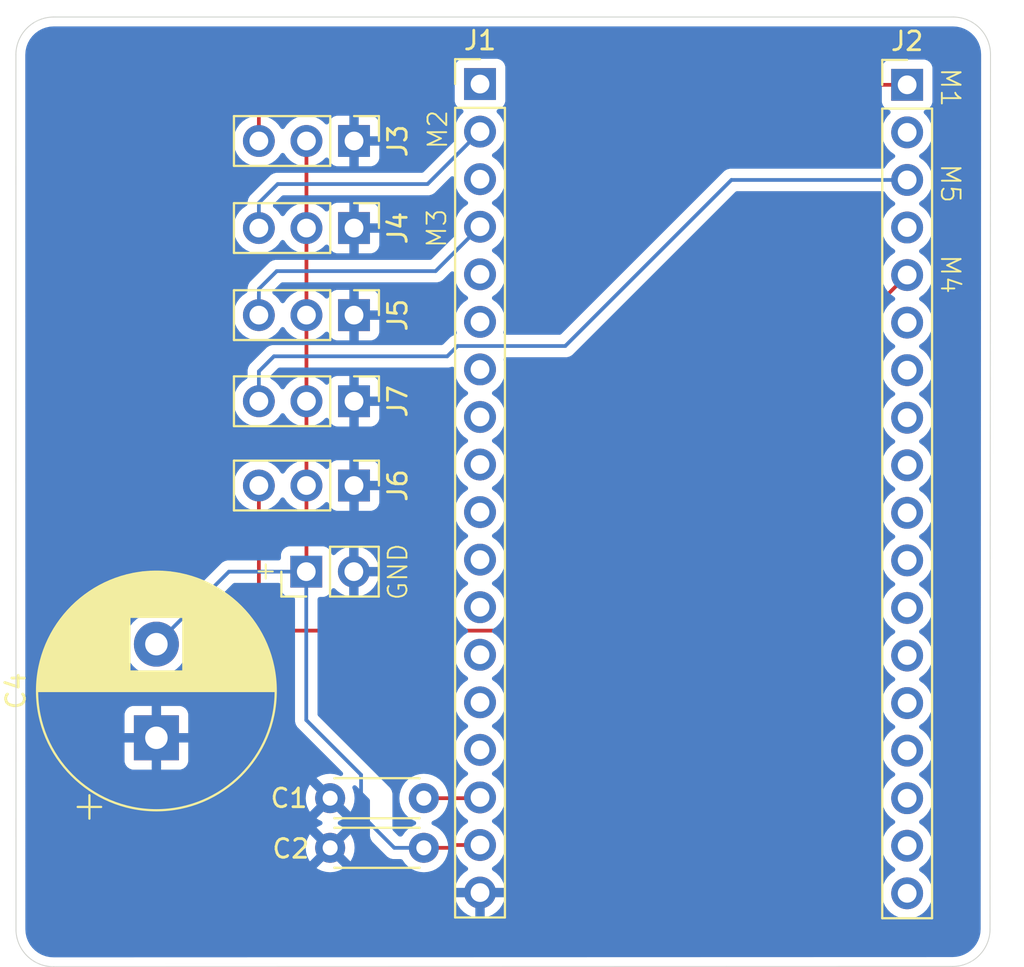
<source format=kicad_pcb>
(kicad_pcb (version 20240108) (generator "pcbnew") (generator_version "8.0")
  (layers (0 "F.Cu" signal) (31 "B.Cu" signal) (34 "B.Paste" user) (35 "F.Paste" user) (36 "B.SilkS" user "B.Silkscreen") (37 "F.SilkS" user "F.Silkscreen") (38 "B.Mask" user) (39 "F.Mask" user) (44 "Edge.Cuts" user))
  (net 0 "")
  (net 1 "GND")
  (net 2 "/+3.3V")
  (net 3 "/+5V")
  (net 10 "/13_S2")
  (net 12 "/39")
  (net 13 "/14_S3")
  (net 14 "/34")
  (net 15 "/36")
  (net 17 "/35")
  (net 19 "/16_S0")
  (net 34 "/15_S4")
  (net 35 "/4_S5")
  (footprint "Connector_PinHeader_2.54mm:PinHeader_1x03_P2.54mm_Vertical" (layer "F.Cu") (at 111.275 77 -90)
    (property "Reference" "J3" (at 0 -2.33 90) (layer "F.SilkS"))
    (property "Value" "Conn_01x03_Socket")
    (fp_line (start -1.33 6.41) (end 1.33 6.41) (stroke (width 0.12)) (layer "F.SilkS"))
    (fp_line (start -1.33 1.27) (end -1.33 6.41) (stroke (width 0.12)) (layer "F.SilkS"))
    (fp_line (start -1.33 1.27) (end 1.33 1.27) (stroke (width 0.12)) (layer "F.SilkS"))
    (fp_line (start 1.33 1.27) (end 1.33 6.41) (stroke (width 0.12)) (layer "F.SilkS"))
    (fp_line (start -1.33 0) (end -1.33 -1.33) (stroke (width 0.12)) (layer "F.SilkS"))
    (fp_line (start -1.33 -1.33) (end 0 -1.33) (stroke (width 0.12)) (layer "F.SilkS"))
    (pad "1" thru_hole rect (at 0 0 270) (size 1.7 1.7) (drill 1) (layers "*.Cu" "*.Mask") (net 1 "GND"))
    (pad "2" thru_hole oval (at 0 2.54 270) (size 1.7 1.7) (drill 1) (layers "*.Cu" "*.Mask") (net 3 "/+5V"))
    (pad "3" thru_hole oval (at 0 5.08 270) (size 1.7 1.7) (drill 1) (layers "*.Cu" "*.Mask") (net 19 "/16_S0"))
  )
  (footprint "Connector_PinHeader_2.54mm:PinHeader_1x03_P2.54mm_Vertical" (layer "F.Cu") (at 111.275 90.9 -90)
    (property "Reference" "J7" (at 0 -2.33 90) (layer "F.SilkS"))
    (property "Value" "Conn_01x03_Socket")
    (fp_line (start -1.33 6.41) (end 1.33 6.41) (stroke (width 0.12)) (layer "F.SilkS"))
    (fp_line (start -1.33 1.27) (end -1.33 6.41) (stroke (width 0.12)) (layer "F.SilkS"))
    (fp_line (start -1.33 1.27) (end 1.33 1.27) (stroke (width 0.12)) (layer "F.SilkS"))
    (fp_line (start 1.33 1.27) (end 1.33 6.41) (stroke (width 0.12)) (layer "F.SilkS"))
    (fp_line (start -1.33 0) (end -1.33 -1.33) (stroke (width 0.12)) (layer "F.SilkS"))
    (fp_line (start -1.33 -1.33) (end 0 -1.33) (stroke (width 0.12)) (layer "F.SilkS"))
    (pad "1" thru_hole rect (at 0 0 270) (size 1.7 1.7) (drill 1) (layers "*.Cu" "*.Mask") (net 1 "GND"))
    (pad "2" thru_hole oval (at 0 2.54 270) (size 1.7 1.7) (drill 1) (layers "*.Cu" "*.Mask") (net 3 "/+5V"))
    (pad "3" thru_hole oval (at 0 5.08 270) (size 1.7 1.7) (drill 1) (layers "*.Cu" "*.Mask") (net 35 "/4_S5"))
  )
  (footprint "Connector_PinHeader_2.54mm:PinHeader_1x18_P2.54mm_Vertical" (layer "F.Cu") (at 118 73.96)
    (property "Reference" "J1" (at 0 -2.33 0) (layer "F.SilkS"))
    (property "Value" "Conn_01x18_Pin")
    (fp_line (start -1.33 -1.33) (end 0 -1.33) (stroke (width 0.12)) (layer "F.SilkS"))
    (fp_line (start -1.33 0) (end -1.33 -1.33) (stroke (width 0.12)) (layer "F.SilkS"))
    (fp_line (start -1.33 1.27) (end -1.33 44.51) (stroke (width 0.12)) (layer "F.SilkS"))
    (fp_line (start -1.33 1.27) (end 1.33 1.27) (stroke (width 0.12)) (layer "F.SilkS"))
    (fp_line (start -1.33 44.51) (end 1.33 44.51) (stroke (width 0.12)) (layer "F.SilkS"))
    (fp_line (start 1.33 1.27) (end 1.33 44.51) (stroke (width 0.12)) (layer "F.SilkS"))
    (pad "1" thru_hole rect (at 0 0) (size 1.7 1.7) (drill 1) (layers "*.Cu" "*.Mask"))
    (pad "2" thru_hole oval (at 0 2.54) (size 1.7 1.7) (drill 1) (layers "*.Cu" "*.Mask") (net 10 "/13_S2"))
    (pad "3" thru_hole oval (at 0 5.08) (size 1.7 1.7) (drill 1) (layers "*.Cu" "*.Mask"))
    (pad "4" thru_hole oval (at 0 7.62) (size 1.7 1.7) (drill 1) (layers "*.Cu" "*.Mask") (net 13 "/14_S3"))
    (pad "5" thru_hole oval (at 0 10.16) (size 1.7 1.7) (drill 1) (layers "*.Cu" "*.Mask"))
    (pad "6" thru_hole oval (at 0 12.7) (size 1.7 1.7) (drill 1) (layers "*.Cu" "*.Mask"))
    (pad "7" thru_hole oval (at 0 15.24) (size 1.7 1.7) (drill 1) (layers "*.Cu" "*.Mask"))
    (pad "8" thru_hole oval (at 0 17.78) (size 1.7 1.7) (drill 1) (layers "*.Cu" "*.Mask"))
    (pad "9" thru_hole oval (at 0 20.32) (size 1.7 1.7) (drill 1) (layers "*.Cu" "*.Mask"))
    (pad "10" thru_hole oval (at 0 22.86) (size 1.7 1.7) (drill 1) (layers "*.Cu" "*.Mask") (net 17 "/35"))
    (pad "11" thru_hole oval (at 0 25.4) (size 1.7 1.7) (drill 1) (layers "*.Cu" "*.Mask") (net 14 "/34"))
    (pad "12" thru_hole oval (at 0 27.94) (size 1.7 1.7) (drill 1) (layers "*.Cu" "*.Mask") (net 12 "/39"))
    (pad "13" thru_hole oval (at 0 30.48) (size 1.7 1.7) (drill 1) (layers "*.Cu" "*.Mask"))
    (pad "14" thru_hole oval (at 0 33.02) (size 1.7 1.7) (drill 1) (layers "*.Cu" "*.Mask"))
    (pad "15" thru_hole oval (at 0 35.56) (size 1.7 1.7) (drill 1) (layers "*.Cu" "*.Mask") (net 15 "/36"))
    (pad "16" thru_hole oval (at 0 38.1) (size 1.7 1.7) (drill 1) (layers "*.Cu" "*.Mask") (net 2 "/+3.3V"))
    (pad "17" thru_hole oval (at 0 40.64) (size 1.7 1.7) (drill 1) (layers "*.Cu" "*.Mask") (net 3 "/+5V"))
    (pad "18" thru_hole oval (at 0 43.18) (size 1.7 1.7) (drill 1) (layers "*.Cu" "*.Mask") (net 1 "GND"))
  )
  (footprint "Connector_PinHeader_2.54mm:PinHeader_1x02_P2.54mm_Vertical" (layer "F.Cu") (at 108.725 100 90)
    (property "Reference" "BT1" (hide yes))
    (property "Value" "+5V")
    (fp_line (start -1.33 -1.33) (end 0 -1.33) (stroke (width 0.12)) (layer "F.SilkS"))
    (fp_line (start -1.33 0) (end -1.33 -1.33) (stroke (width 0.12)) (layer "F.SilkS"))
    (fp_line (start 1.33 1.27) (end 1.33 3.87) (stroke (width 0.12)) (layer "F.SilkS"))
    (fp_line (start -1.33 1.27) (end 1.33 1.27) (stroke (width 0.12)) (layer "F.SilkS"))
    (fp_line (start -1.33 1.27) (end -1.33 3.87) (stroke (width 0.12)) (layer "F.SilkS"))
    (fp_line (start -1.33 3.87) (end 1.33 3.87) (stroke (width 0.12)) (layer "F.SilkS"))
    (pad "1" thru_hole rect (at 0 0 90) (size 1.7 1.7) (drill 1) (layers "*.Cu" "*.Mask") (net 3 "/+5V"))
    (pad "2" thru_hole oval (at 0 2.54 90) (size 1.7 1.7) (drill 1) (layers "*.Cu" "*.Mask") (net 1 "GND"))
  )
  (footprint "Capacitor_THT:CP_Radial_D12.5mm_P5.00mm" (layer "F.Cu") (at 100.725 108.873959 90)
    (property "Reference" "C4" (at 2.5 -7.5 270) (layer "F.SilkS"))
    (property "Value" "1000u")
    (fp_line (start 2.58 -6.33) (end 2.58 6.33) (stroke (width 0.12)) (layer "F.SilkS"))
    (fp_line (start 2.54 -6.33) (end 2.54 6.33) (stroke (width 0.12)) (layer "F.SilkS"))
    (fp_line (start 2.5 -6.33) (end 2.5 6.33) (stroke (width 0.12)) (layer "F.SilkS"))
    (fp_line (start 2.62 -6.329) (end 2.62 6.329) (stroke (width 0.12)) (layer "F.SilkS"))
    (fp_line (start 2.66 -6.328) (end 2.66 6.328) (stroke (width 0.12)) (layer "F.SilkS"))
    (fp_line (start 2.7 -6.327) (end 2.7 6.327) (stroke (width 0.12)) (layer "F.SilkS"))
    (fp_line (start 2.74 -6.326) (end 2.74 6.326) (stroke (width 0.12)) (layer "F.SilkS"))
    (fp_line (start 2.78 -6.324) (end 2.78 6.324) (stroke (width 0.12)) (layer "F.SilkS"))
    (fp_line (start 2.82 -6.322) (end 2.82 6.322) (stroke (width 0.12)) (layer "F.SilkS"))
    (fp_line (start 2.86 -6.32) (end 2.86 6.32) (stroke (width 0.12)) (layer "F.SilkS"))
    (fp_line (start 2.9 -6.318) (end 2.9 6.318) (stroke (width 0.12)) (layer "F.SilkS"))
    (fp_line (start 2.94 -6.315) (end 2.94 6.315) (stroke (width 0.12)) (layer "F.SilkS"))
    (fp_line (start 2.98 -6.312) (end 2.98 6.312) (stroke (width 0.12)) (layer "F.SilkS"))
    (fp_line (start 3.02 -6.309) (end 3.02 6.309) (stroke (width 0.12)) (layer "F.SilkS"))
    (fp_line (start 3.06 -6.306) (end 3.06 6.306) (stroke (width 0.12)) (layer "F.SilkS"))
    (fp_line (start 3.1 -6.302) (end 3.1 6.302) (stroke (width 0.12)) (layer "F.SilkS"))
    (fp_line (start 3.14 -6.298) (end 3.14 6.298) (stroke (width 0.12)) (layer "F.SilkS"))
    (fp_line (start 3.18 -6.294) (end 3.18 6.294) (stroke (width 0.12)) (layer "F.SilkS"))
    (fp_line (start 3.221 -6.29) (end 3.221 6.29) (stroke (width 0.12)) (layer "F.SilkS"))
    (fp_line (start 3.261 -6.285) (end 3.261 6.285) (stroke (width 0.12)) (layer "F.SilkS"))
    (fp_line (start 3.301 -6.28) (end 3.301 6.28) (stroke (width 0.12)) (layer "F.SilkS"))
    (fp_line (start 3.341 -6.275) (end 3.341 6.275) (stroke (width 0.12)) (layer "F.SilkS"))
    (fp_line (start 3.381 -6.269) (end 3.381 6.269) (stroke (width 0.12)) (layer "F.SilkS"))
    (fp_line (start 3.421 -6.264) (end 3.421 6.264) (stroke (width 0.12)) (layer "F.SilkS"))
    (fp_line (start 3.461 -6.258) (end 3.461 6.258) (stroke (width 0.12)) (layer "F.SilkS"))
    (fp_line (start 3.501 -6.252) (end 3.501 6.252) (stroke (width 0.12)) (layer "F.SilkS"))
    (fp_line (start 3.541 -6.245) (end 3.541 6.245) (stroke (width 0.12)) (layer "F.SilkS"))
    (fp_line (start 3.581 -6.238) (end 3.581 -1.44) (stroke (width 0.12)) (layer "F.SilkS"))
    (fp_line (start 3.621 -6.231) (end 3.621 -1.44) (stroke (width 0.12)) (layer "F.SilkS"))
    (fp_line (start 3.661 -6.224) (end 3.661 -1.44) (stroke (width 0.12)) (layer "F.SilkS"))
    (fp_line (start 3.701 -6.216) (end 3.701 -1.44) (stroke (width 0.12)) (layer "F.SilkS"))
    (fp_line (start 3.741 -6.209) (end 3.741 -1.44) (stroke (width 0.12)) (layer "F.SilkS"))
    (fp_line (start 3.781 -6.201) (end 3.781 -1.44) (stroke (width 0.12)) (layer "F.SilkS"))
    (fp_line (start 3.821 -6.192) (end 3.821 -1.44) (stroke (width 0.12)) (layer "F.SilkS"))
    (fp_line (start 3.861 -6.184) (end 3.861 -1.44) (stroke (width 0.12)) (layer "F.SilkS"))
    (fp_line (start 3.901 -6.175) (end 3.901 -1.44) (stroke (width 0.12)) (layer "F.SilkS"))
    (fp_line (start 3.941 -6.166) (end 3.941 -1.44) (stroke (width 0.12)) (layer "F.SilkS"))
    (fp_line (start 3.981 -6.156) (end 3.981 -1.44) (stroke (width 0.12)) (layer "F.SilkS"))
    (fp_line (start 4.021 -6.146) (end 4.021 -1.44) (stroke (width 0.12)) (layer "F.SilkS"))
    (fp_line (start 4.061 -6.137) (end 4.061 -1.44) (stroke (width 0.12)) (layer "F.SilkS"))
    (fp_line (start 4.101 -6.126) (end 4.101 -1.44) (stroke (width 0.12)) (layer "F.SilkS"))
    (fp_line (start 4.141 -6.116) (end 4.141 -1.44) (stroke (width 0.12)) (layer "F.SilkS"))
    (fp_line (start 4.181 -6.105) (end 4.181 -1.44) (stroke (width 0.12)) (layer "F.SilkS"))
    (fp_line (start 4.221 -6.094) (end 4.221 -1.44) (stroke (width 0.12)) (layer "F.SilkS"))
    (fp_line (start 4.261 -6.083) (end 4.261 -1.44) (stroke (width 0.12)) (layer "F.SilkS"))
    (fp_line (start 4.301 -6.071) (end 4.301 -1.44) (stroke (width 0.12)) (layer "F.SilkS"))
    (fp_line (start 4.341 -6.059) (end 4.341 -1.44) (stroke (width 0.12)) (layer "F.SilkS"))
    (fp_line (start 4.381 -6.047) (end 4.381 -1.44) (stroke (width 0.12)) (layer "F.SilkS"))
    (fp_line (start 4.421 -6.034) (end 4.421 -1.44) (stroke (width 0.12)) (layer "F.SilkS"))
    (fp_line (start 4.461 -6.021) (end 4.461 -1.44) (stroke (width 0.12)) (layer "F.SilkS"))
    (fp_line (start 4.501 -6.008) (end 4.501 -1.44) (stroke (width 0.12)) (layer "F.SilkS"))
    (fp_line (start 4.541 -5.995) (end 4.541 -1.44) (stroke (width 0.12)) (layer "F.SilkS"))
    (fp_line (start 4.581 -5.981) (end 4.581 -1.44) (stroke (width 0.12)) (layer "F.SilkS"))
    (fp_line (start 4.621 -5.967) (end 4.621 -1.44) (stroke (width 0.12)) (layer "F.SilkS"))
    (fp_line (start 4.661 -5.953) (end 4.661 -1.44) (stroke (width 0.12)) (layer "F.SilkS"))
    (fp_line (start 4.701 -5.939) (end 4.701 -1.44) (stroke (width 0.12)) (layer "F.SilkS"))
    (fp_line (start 4.741 -5.924) (end 4.741 -1.44) (stroke (width 0.12)) (layer "F.SilkS"))
    (fp_line (start 4.781 -5.908) (end 4.781 -1.44) (stroke (width 0.12)) (layer "F.SilkS"))
    (fp_line (start 4.821 -5.893) (end 4.821 -1.44) (stroke (width 0.12)) (layer "F.SilkS"))
    (fp_line (start 4.861 -5.877) (end 4.861 -1.44) (stroke (width 0.12)) (layer "F.SilkS"))
    (fp_line (start 4.901 -5.861) (end 4.901 -1.44) (stroke (width 0.12)) (layer "F.SilkS"))
    (fp_line (start 4.941 -5.845) (end 4.941 -1.44) (stroke (width 0.12)) (layer "F.SilkS"))
    (fp_line (start 4.981 -5.828) (end 4.981 -1.44) (stroke (width 0.12)) (layer "F.SilkS"))
    (fp_line (start 5.021 -5.811) (end 5.021 -1.44) (stroke (width 0.12)) (layer "F.SilkS"))
    (fp_line (start 5.061 -5.793) (end 5.061 -1.44) (stroke (width 0.12)) (layer "F.SilkS"))
    (fp_line (start 5.101 -5.776) (end 5.101 -1.44) (stroke (width 0.12)) (layer "F.SilkS"))
    (fp_line (start 5.141 -5.758) (end 5.141 -1.44) (stroke (width 0.12)) (layer "F.SilkS"))
    (fp_line (start 5.181 -5.739) (end 5.181 -1.44) (stroke (width 0.12)) (layer "F.SilkS"))
    (fp_line (start 5.221 -5.721) (end 5.221 -1.44) (stroke (width 0.12)) (layer "F.SilkS"))
    (fp_line (start 5.261 -5.702) (end 5.261 -1.44) (stroke (width 0.12)) (layer "F.SilkS"))
    (fp_line (start 5.301 -5.682) (end 5.301 -1.44) (stroke (width 0.12)) (layer "F.SilkS"))
    (fp_line (start 5.341 -5.662) (end 5.341 -1.44) (stroke (width 0.12)) (layer "F.SilkS"))
    (fp_line (start 5.381 -5.642) (end 5.381 -1.44) (stroke (width 0.12)) (layer "F.SilkS"))
    (fp_line (start 5.421 -5.622) (end 5.421 -1.44) (stroke (width 0.12)) (layer "F.SilkS"))
    (fp_line (start 5.461 -5.601) (end 5.461 -1.44) (stroke (width 0.12)) (layer "F.SilkS"))
    (fp_line (start 5.501 -5.58) (end 5.501 -1.44) (stroke (width 0.12)) (layer "F.SilkS"))
    (fp_line (start 5.541 -5.558) (end 5.541 -1.44) (stroke (width 0.12)) (layer "F.SilkS"))
    (fp_line (start 5.581 -5.536) (end 5.581 -1.44) (stroke (width 0.12)) (layer "F.SilkS"))
    (fp_line (start 5.621 -5.514) (end 5.621 -1.44) (stroke (width 0.12)) (layer "F.SilkS"))
    (fp_line (start 5.661 -5.491) (end 5.661 -1.44) (stroke (width 0.12)) (layer "F.SilkS"))
    (fp_line (start 5.701 -5.468) (end 5.701 -1.44) (stroke (width 0.12)) (layer "F.SilkS"))
    (fp_line (start 5.741 -5.445) (end 5.741 -1.44) (stroke (width 0.12)) (layer "F.SilkS"))
    (fp_line (start 5.781 -5.421) (end 5.781 -1.44) (stroke (width 0.12)) (layer "F.SilkS"))
    (fp_line (start 5.821 -5.397) (end 5.821 -1.44) (stroke (width 0.12)) (layer "F.SilkS"))
    (fp_line (start 5.861 -5.372) (end 5.861 -1.44) (stroke (width 0.12)) (layer "F.SilkS"))
    (fp_line (start 5.901 -5.347) (end 5.901 -1.44) (stroke (width 0.12)) (layer "F.SilkS"))
    (fp_line (start 5.941 -5.322) (end 5.941 -1.44) (stroke (width 0.12)) (layer "F.SilkS"))
    (fp_line (start 5.981 -5.296) (end 5.981 -1.44) (stroke (width 0.12)) (layer "F.SilkS"))
    (fp_line (start 6.021 -5.27) (end 6.021 -1.44) (stroke (width 0.12)) (layer "F.SilkS"))
    (fp_line (start 6.061 -5.243) (end 6.061 -1.44) (stroke (width 0.12)) (layer "F.SilkS"))
    (fp_line (start 6.101 -5.216) (end 6.101 -1.44) (stroke (width 0.12)) (layer "F.SilkS"))
    (fp_line (start 6.141 -5.188) (end 6.141 -1.44) (stroke (width 0.12)) (layer "F.SilkS"))
    (fp_line (start 6.181 -5.16) (end 6.181 -1.44) (stroke (width 0.12)) (layer "F.SilkS"))
    (fp_line (start 6.221 -5.131) (end 6.221 -1.44) (stroke (width 0.12)) (layer "F.SilkS"))
    (fp_line (start 6.261 -5.102) (end 6.261 -1.44) (stroke (width 0.12)) (layer "F.SilkS"))
    (fp_line (start 6.301 -5.073) (end 6.301 -1.44) (stroke (width 0.12)) (layer "F.SilkS"))
    (fp_line (start 6.341 -5.043) (end 6.341 -1.44) (stroke (width 0.12)) (layer "F.SilkS"))
    (fp_line (start 6.381 -5.012) (end 6.381 -1.44) (stroke (width 0.12)) (layer "F.SilkS"))
    (fp_line (start 6.421 -4.982) (end 6.421 -1.44) (stroke (width 0.12)) (layer "F.SilkS"))
    (fp_line (start 6.461 -4.95) (end 6.461 4.95) (stroke (width 0.12)) (layer "F.SilkS"))
    (fp_line (start 6.501 -4.918) (end 6.501 4.918) (stroke (width 0.12)) (layer "F.SilkS"))
    (fp_line (start 6.541 -4.885) (end 6.541 4.885) (stroke (width 0.12)) (layer "F.SilkS"))
    (fp_line (start 6.581 -4.852) (end 6.581 4.852) (stroke (width 0.12)) (layer "F.SilkS"))
    (fp_line (start 6.621 -4.819) (end 6.621 4.819) (stroke (width 0.12)) (layer "F.SilkS"))
    (fp_line (start 6.661 -4.785) (end 6.661 4.785) (stroke (width 0.12)) (layer "F.SilkS"))
    (fp_line (start 6.701 -4.75) (end 6.701 4.75) (stroke (width 0.12)) (layer "F.SilkS"))
    (fp_line (start 6.741 -4.714) (end 6.741 4.714) (stroke (width 0.12)) (layer "F.SilkS"))
    (fp_line (start 6.781 -4.678) (end 6.781 4.678) (stroke (width 0.12)) (layer "F.SilkS"))
    (fp_line (start 6.821 -4.642) (end 6.821 4.642) (stroke (width 0.12)) (layer "F.SilkS"))
    (fp_line (start 6.861 -4.605) (end 6.861 4.605) (stroke (width 0.12)) (layer "F.SilkS"))
    (fp_line (start 6.901 -4.567) (end 6.901 4.567) (stroke (width 0.12)) (layer "F.SilkS"))
    (fp_line (start 6.941 -4.528) (end 6.941 4.528) (stroke (width 0.12)) (layer "F.SilkS"))
    (fp_line (start 6.981 -4.489) (end 6.981 4.489) (stroke (width 0.12)) (layer "F.SilkS"))
    (fp_line (start 7.021 -4.449) (end 7.021 4.449) (stroke (width 0.12)) (layer "F.SilkS"))
    (fp_line (start 7.061 -4.408) (end 7.061 4.408) (stroke (width 0.12)) (layer "F.SilkS"))
    (fp_line (start 7.101 -4.367) (end 7.101 4.367) (stroke (width 0.12)) (layer "F.SilkS"))
    (fp_line (start 7.141 -4.325) (end 7.141 4.325) (stroke (width 0.12)) (layer "F.SilkS"))
    (fp_line (start 7.181 -4.282) (end 7.181 4.282) (stroke (width 0.12)) (layer "F.SilkS"))
    (fp_line (start 7.221 -4.238) (end 7.221 4.238) (stroke (width 0.12)) (layer "F.SilkS"))
    (fp_line (start -3.692082 -4.2) (end -3.692082 -2.95) (stroke (width 0.12)) (layer "F.SilkS"))
    (fp_line (start 7.261 -4.194) (end 7.261 4.194) (stroke (width 0.12)) (layer "F.SilkS"))
    (fp_line (start 7.301 -4.148) (end 7.301 4.148) (stroke (width 0.12)) (layer "F.SilkS"))
    (fp_line (start 7.341 -4.102) (end 7.341 4.102) (stroke (width 0.12)) (layer "F.SilkS"))
    (fp_line (start 7.381 -4.055) (end 7.381 4.055) (stroke (width 0.12)) (layer "F.SilkS"))
    (fp_line (start 7.421 -4.007) (end 7.421 4.007) (stroke (width 0.12)) (layer "F.SilkS"))
    (fp_line (start 7.461 -3.957) (end 7.461 3.957) (stroke (width 0.12)) (layer "F.SilkS"))
    (fp_line (start 7.501 -3.907) (end 7.501 3.907) (stroke (width 0.12)) (layer "F.SilkS"))
    (fp_line (start 7.541 -3.856) (end 7.541 3.856) (stroke (width 0.12)) (layer "F.SilkS"))
    (fp_line (start 7.581 -3.804) (end 7.581 3.804) (stroke (width 0.12)) (layer "F.SilkS"))
    (fp_line (start 7.621 -3.75) (end 7.621 3.75) (stroke (width 0.12)) (layer "F.SilkS"))
    (fp_line (start 7.661 -3.696) (end 7.661 3.696) (stroke (width 0.12)) (layer "F.SilkS"))
    (fp_line (start 7.701 -3.64) (end 7.701 3.64) (stroke (width 0.12)) (layer "F.SilkS"))
    (fp_line (start 7.741 -3.583) (end 7.741 3.583) (stroke (width 0.12)) (layer "F.SilkS"))
    (fp_line (start -4.317082 -3.575) (end -3.067082 -3.575) (stroke (width 0.12)) (layer "F.SilkS"))
    (fp_line (start 7.781 -3.524) (end 7.781 3.524) (stroke (width 0.12)) (layer "F.SilkS"))
    (fp_line (start 7.821 -3.464) (end 7.821 3.464) (stroke (width 0.12)) (layer "F.SilkS"))
    (fp_line (start 7.861 -3.402) (end 7.861 3.402) (stroke (width 0.12)) (layer "F.SilkS"))
    (fp_line (start 7.901 -3.339) (end 7.901 3.339) (stroke (width 0.12)) (layer "F.SilkS"))
    (fp_line (start 7.941 -3.275) (end 7.941 3.275) (stroke (width 0.12)) (layer "F.SilkS"))
    (fp_line (start 7.981 -3.208) (end 7.981 3.208) (stroke (width 0.12)) (layer "F.SilkS"))
    (fp_line (start 8.021 -3.14) (end 8.021 3.14) (stroke (width 0.12)) (layer "F.SilkS"))
    (fp_line (start 8.061 -3.069) (end 8.061 3.069) (stroke (width 0.12)) (layer "F.SilkS"))
    (fp_line (start 8.101 -2.996) (end 8.101 2.996) (stroke (width 0.12)) (layer "F.SilkS"))
    (fp_line (start 8.141 -2.921) (end 8.141 2.921) (stroke (width 0.12)) (layer "F.SilkS"))
    (fp_line (start 8.181 -2.844) (end 8.181 2.844) (stroke (width 0.12)) (layer "F.SilkS"))
    (fp_line (start 8.221 -2.764) (end 8.221 2.764) (stroke (width 0.12)) (layer "F.SilkS"))
    (fp_line (start 8.261 -2.681) (end 8.261 2.681) (stroke (width 0.12)) (layer "F.SilkS"))
    (fp_line (start 8.301 -2.594) (end 8.301 2.594) (stroke (width 0.12)) (layer "F.SilkS"))
    (fp_line (start 8.341 -2.504) (end 8.341 2.504) (stroke (width 0.12)) (layer "F.SilkS"))
    (fp_line (start 8.381 -2.41) (end 8.381 2.41) (stroke (width 0.12)) (layer "F.SilkS"))
    (fp_line (start 8.421 -2.312) (end 8.421 2.312) (stroke (width 0.12)) (layer "F.SilkS"))
    (fp_line (start 8.461 -2.209) (end 8.461 2.209) (stroke (width 0.12)) (layer "F.SilkS"))
    (fp_line (start 8.501 -2.1) (end 8.501 2.1) (stroke (width 0.12)) (layer "F.SilkS"))
    (fp_line (start 8.541 -1.984) (end 8.541 1.984) (stroke (width 0.12)) (layer "F.SilkS"))
    (fp_line (start 8.581 -1.861) (end 8.581 1.861) (stroke (width 0.12)) (layer "F.SilkS"))
    (fp_line (start 8.621 -1.728) (end 8.621 1.728) (stroke (width 0.12)) (layer "F.SilkS"))
    (fp_line (start 8.661 -1.583) (end 8.661 1.583) (stroke (width 0.12)) (layer "F.SilkS"))
    (fp_line (start 8.701 -1.422) (end 8.701 1.422) (stroke (width 0.12)) (layer "F.SilkS"))
    (fp_line (start 8.741 -1.241) (end 8.741 1.241) (stroke (width 0.12)) (layer "F.SilkS"))
    (fp_line (start 8.781 -1.028) (end 8.781 1.028) (stroke (width 0.12)) (layer "F.SilkS"))
    (fp_line (start 8.821 -0.757) (end 8.821 0.757) (stroke (width 0.12)) (layer "F.SilkS"))
    (fp_line (start 8.861 -0.317) (end 8.861 0.317) (stroke (width 0.12)) (layer "F.SilkS"))
    (fp_line (start 6.421 1.44) (end 6.421 4.982) (stroke (width 0.12)) (layer "F.SilkS"))
    (fp_line (start 6.381 1.44) (end 6.381 5.012) (stroke (width 0.12)) (layer "F.SilkS"))
    (fp_line (start 6.341 1.44) (end 6.341 5.043) (stroke (width 0.12)) (layer "F.SilkS"))
    (fp_line (start 6.301 1.44) (end 6.301 5.073) (stroke (width 0.12)) (layer "F.SilkS"))
    (fp_line (start 6.261 1.44) (end 6.261 5.102) (stroke (width 0.12)) (layer "F.SilkS"))
    (fp_line (start 6.221 1.44) (end 6.221 5.131) (stroke (width 0.12)) (layer "F.SilkS"))
    (fp_line (start 6.181 1.44) (end 6.181 5.16) (stroke (width 0.12)) (layer "F.SilkS"))
    (fp_line (start 6.141 1.44) (end 6.141 5.188) (stroke (width 0.12)) (layer "F.SilkS"))
    (fp_line (start 6.101 1.44) (end 6.101 5.216) (stroke (width 0.12)) (layer "F.SilkS"))
    (fp_line (start 6.061 1.44) (end 6.061 5.243) (stroke (width 0.12)) (layer "F.SilkS"))
    (fp_line (start 6.021 1.44) (end 6.021 5.27) (stroke (width 0.12)) (layer "F.SilkS"))
    (fp_line (start 5.981 1.44) (end 5.981 5.296) (stroke (width 0.12)) (layer "F.SilkS"))
    (fp_line (start 5.941 1.44) (end 5.941 5.322) (stroke (width 0.12)) (layer "F.SilkS"))
    (fp_line (start 5.901 1.44) (end 5.901 5.347) (stroke (width 0.12)) (layer "F.SilkS"))
    (fp_line (start 5.861 1.44) (end 5.861 5.372) (stroke (width 0.12)) (layer "F.SilkS"))
    (fp_line (start 5.821 1.44) (end 5.821 5.397) (stroke (width 0.12)) (layer "F.SilkS"))
    (fp_line (start 5.781 1.44) (end 5.781 5.421) (stroke (width 0.12)) (layer "F.SilkS"))
    (fp_line (start 5.741 1.44) (end 5.741 5.445) (stroke (width 0.12)) (layer "F.SilkS"))
    (fp_line (start 5.701 1.44) (end 5.701 5.468) (stroke (width 0.12)) (layer "F.SilkS"))
    (fp_line (start 5.661 1.44) (end 5.661 5.491) (stroke (width 0.12)) (layer "F.SilkS"))
    (fp_line (start 5.621 1.44) (end 5.621 5.514) (stroke (width 0.12)) (layer "F.SilkS"))
    (fp_line (start 5.581 1.44) (end 5.581 5.536) (stroke (width 0.12)) (layer "F.SilkS"))
    (fp_line (start 5.541 1.44) (end 5.541 5.558) (stroke (width 0.12)) (layer "F.SilkS"))
    (fp_line (start 5.501 1.44) (end 5.501 5.58) (stroke (width 0.12)) (layer "F.SilkS"))
    (fp_line (start 5.461 1.44) (end 5.461 5.601) (stroke (width 0.12)) (layer "F.SilkS"))
    (fp_line (start 5.421 1.44) (end 5.421 5.622) (stroke (width 0.12)) (layer "F.SilkS"))
    (fp_line (start 5.381 1.44) (end 5.381 5.642) (stroke (width 0.12)) (layer "F.SilkS"))
    (fp_line (start 5.341 1.44) (end 5.341 5.662) (stroke (width 0.12)) (layer "F.SilkS"))
    (fp_line (start 5.301 1.44) (end 5.301 5.682) (stroke (width 0.12)) (layer "F.SilkS"))
    (fp_line (start 5.261 1.44) (end 5.261 5.702) (stroke (width 0.12)) (layer "F.SilkS"))
    (fp_line (start 5.221 1.44) (end 5.221 5.721) (stroke (width 0.12)) (layer "F.SilkS"))
    (fp_line (start 5.181 1.44) (end 5.181 5.739) (stroke (width 0.12)) (layer "F.SilkS"))
    (fp_line (start 5.141 1.44) (end 5.141 5.758) (stroke (width 0.12)) (layer "F.SilkS"))
    (fp_line (start 5.101 1.44) (end 5.101 5.776) (stroke (width 0.12)) (layer "F.SilkS"))
    (fp_line (start 5.061 1.44) (end 5.061 5.793) (stroke (width 0.12)) (layer "F.SilkS"))
    (fp_line (start 5.021 1.44) (end 5.021 5.811) (stroke (width 0.12)) (layer "F.SilkS"))
    (fp_line (start 4.981 1.44) (end 4.981 5.828) (stroke (width 0.12)) (layer "F.SilkS"))
    (fp_line (start 4.941 1.44) (end 4.941 5.845) (stroke (width 0.12)) (layer "F.SilkS"))
    (fp_line (start 4.901 1.44) (end 4.901 5.861) (stroke (width 0.12)) (layer "F.SilkS"))
    (fp_line (start 4.861 1.44) (end 4.861 5.877) (stroke (width 0.12)) (layer "F.SilkS"))
    (fp_line (start 4.821 1.44) (end 4.821 5.893) (stroke (width 0.12)) (layer "F.SilkS"))
    (fp_line (start 4.781 1.44) (end 4.781 5.908) (stroke (width 0.12)) (layer "F.SilkS"))
    (fp_line (start 4.741 1.44) (end 4.741 5.924) (stroke (width 0.12)) (layer "F.SilkS"))
    (fp_line (start 4.701 1.44) (end 4.701 5.939) (stroke (width 0.12)) (layer "F.SilkS"))
    (fp_line (start 4.661 1.44) (end 4.661 5.953) (stroke (width 0.12)) (layer "F.SilkS"))
    (fp_line (start 4.621 1.44) (end 4.621 5.967) (stroke (width 0.12)) (layer "F.SilkS"))
    (fp_line (start 4.581 1.44) (end 4.581 5.981) (stroke (width 0.12)) (layer "F.SilkS"))
    (fp_line (start 4.541 1.44) (end 4.541 5.995) (stroke (width 0.12)) (layer "F.SilkS"))
    (fp_line (start 4.501 1.44) (end 4.501 6.008) (stroke (width 0.12)) (layer "F.SilkS"))
    (fp_line (start 4.461 1.44) (end 4.461 6.021) (stroke (width 0.12)) (layer "F.SilkS"))
    (fp_line (start 4.421 1.44) (end 4.421 6.034) (stroke (width 0.12)) (layer "F.SilkS"))
    (fp_line (start 4.381 1.44) (end 4.381 6.047) (stroke (width 0.12)) (layer "F.SilkS"))
    (fp_line (start 4.341 1.44) (end 4.341 6.059) (stroke (width 0.12)) (layer "F.SilkS"))
    (fp_line (start 4.301 1.44) (end 4.301 6.071) (stroke (width 0.12)) (layer "F.SilkS"))
    (fp_line (start 4.261 1.44) (end 4.261 6.083) (stroke (width 0.12)) (layer "F.SilkS"))
    (fp_line (start 4.221 1.44) (end 4.221 6.094) (stroke (width 0.12)) (layer "F.SilkS"))
    (fp_line (start 4.181 1.44) (end 4.181 6.105) (stroke (width 0.12)) (layer "F.SilkS"))
    (fp_line (start 4.141 1.44) (end 4.141 6.116) (stroke (width 0.12)) (layer "F.SilkS"))
    (fp_line (start 4.101 1.44) (end 4.101 6.126) (stroke (width 0.12)) (layer "F.SilkS"))
    (fp_line (start 4.061 1.44) (end 4.061 6.137) (stroke (width 0.12)) (layer "F.SilkS"))
    (fp_line (start 4.021 1.44) (end 4.021 6.146) (stroke (width 0.12)) (layer "F.SilkS"))
    (fp_line (start 3.981 1.44) (end 3.981 6.156) (stroke (width 0.12)) (layer "F.SilkS"))
    (fp_line (start 3.941 1.44) (end 3.941 6.166) (stroke (width 0.12)) (layer "F.SilkS"))
    (fp_line (start 3.901 1.44) (end 3.901 6.175) (stroke (width 0.12)) (layer "F.SilkS"))
    (fp_line (start 3.861 1.44) (end 3.861 6.184) (stroke (width 0.12)) (layer "F.SilkS"))
    (fp_line (start 3.821 1.44) (end 3.821 6.192) (stroke (width 0.12)) (layer "F.SilkS"))
    (fp_line (start 3.781 1.44) (end 3.781 6.201) (stroke (width 0.12)) (layer "F.SilkS"))
    (fp_line (start 3.741 1.44) (end 3.741 6.209) (stroke (width 0.12)) (layer "F.SilkS"))
    (fp_line (start 3.701 1.44) (end 3.701 6.216) (stroke (width 0.12)) (layer "F.SilkS"))
    (fp_line (start 3.661 1.44) (end 3.661 6.224) (stroke (width 0.12)) (layer "F.SilkS"))
    (fp_line (start 3.621 1.44) (end 3.621 6.231) (stroke (width 0.12)) (layer "F.SilkS"))
    (fp_line (start 3.581 1.44) (end 3.581 6.238) (stroke (width 0.12)) (layer "F.SilkS"))
    (fp_circle (center 2.5 0) (end 8.87 0) (stroke (width 0.12)) (fill none) (layer "F.SilkS"))
    (pad "1" thru_hole rect (at 0 0 90) (size 2.4 2.4) (drill 1.2) (layers "*.Cu" "*.Mask") (net 1 "GND"))
    (pad "2" thru_hole circle (at 5 0 90) (size 2.4 2.4) (drill 1.2) (layers "*.Cu" "*.Mask") (net 3 "/+5V"))
  )
  (footprint "Connector_PinHeader_2.54mm:PinHeader_1x03_P2.54mm_Vertical" (layer "F.Cu") (at 111.275 95.4 -90)
    (property "Reference" "J6" (at 0 -2.33 90) (layer "F.SilkS"))
    (property "Value" "Conn_01x03_Socket")
    (fp_line (start -1.33 6.41) (end 1.33 6.41) (stroke (width 0.12)) (layer "F.SilkS"))
    (fp_line (start -1.33 1.27) (end -1.33 6.41) (stroke (width 0.12)) (layer "F.SilkS"))
    (fp_line (start -1.33 1.27) (end 1.33 1.27) (stroke (width 0.12)) (layer "F.SilkS"))
    (fp_line (start 1.33 1.27) (end 1.33 6.41) (stroke (width 0.12)) (layer "F.SilkS"))
    (fp_line (start -1.33 0) (end -1.33 -1.33) (stroke (width 0.12)) (layer "F.SilkS"))
    (fp_line (start -1.33 -1.33) (end 0 -1.33) (stroke (width 0.12)) (layer "F.SilkS"))
    (pad "1" thru_hole rect (at 0 0 270) (size 1.7 1.7) (drill 1) (layers "*.Cu" "*.Mask") (net 1 "GND"))
    (pad "2" thru_hole oval (at 0 2.54 270) (size 1.7 1.7) (drill 1) (layers "*.Cu" "*.Mask") (net 3 "/+5V"))
    (pad "3" thru_hole oval (at 0 5.08 270) (size 1.7 1.7) (drill 1) (layers "*.Cu" "*.Mask") (net 34 "/15_S4"))
  )
  (footprint "Capacitor_THT:C_Disc_D4.3mm_W1.9mm_P5.00mm" (layer "F.Cu") (at 115 112.1 180)
    (property "Reference" "C1" (at 7.2 0 180) (layer "F.SilkS"))
    (property "Value" "100n")
    (fp_line (start 4.77 1.055) (end 4.77 1.07) (stroke (width 0.12)) (layer "F.SilkS"))
    (fp_line (start 4.77 -1.07) (end 4.77 -1.055) (stroke (width 0.12)) (layer "F.SilkS"))
    (fp_line (start 0.23 1.07) (end 4.77 1.07) (stroke (width 0.12)) (layer "F.SilkS"))
    (fp_line (start 0.23 1.055) (end 0.23 1.07) (stroke (width 0.12)) (layer "F.SilkS"))
    (fp_line (start 0.23 -1.07) (end 4.77 -1.07) (stroke (width 0.12)) (layer "F.SilkS"))
    (fp_line (start 0.23 -1.07) (end 0.23 -1.055) (stroke (width 0.12)) (layer "F.SilkS"))
    (pad "1" thru_hole circle (at 0 0 180) (size 1.6 1.6) (drill 0.8) (layers "*.Cu" "*.Mask") (net 2 "/+3.3V"))
    (pad "2" thru_hole circle (at 5 0 180) (size 1.6 1.6) (drill 0.8) (layers "*.Cu" "*.Mask") (net 1 "GND"))
  )
  (footprint "Connector_PinHeader_2.54mm:PinHeader_1x03_P2.54mm_Vertical" (layer "F.Cu") (at 111.275 81.65 -90)
    (property "Reference" "J4" (at 0 -2.33 90) (layer "F.SilkS"))
    (property "Value" "Conn_01x03_Socket")
    (fp_line (start -1.33 6.41) (end 1.33 6.41) (stroke (width 0.12)) (layer "F.SilkS"))
    (fp_line (start -1.33 1.27) (end -1.33 6.41) (stroke (width 0.12)) (layer "F.SilkS"))
    (fp_line (start -1.33 1.27) (end 1.33 1.27) (stroke (width 0.12)) (layer "F.SilkS"))
    (fp_line (start 1.33 1.27) (end 1.33 6.41) (stroke (width 0.12)) (layer "F.SilkS"))
    (fp_line (start -1.33 0) (end -1.33 -1.33) (stroke (width 0.12)) (layer "F.SilkS"))
    (fp_line (start -1.33 -1.33) (end 0 -1.33) (stroke (width 0.12)) (layer "F.SilkS"))
    (pad "1" thru_hole rect (at 0 0 270) (size 1.7 1.7) (drill 1) (layers "*.Cu" "*.Mask") (net 1 "GND"))
    (pad "2" thru_hole oval (at 0 2.54 270) (size 1.7 1.7) (drill 1) (layers "*.Cu" "*.Mask") (net 3 "/+5V"))
    (pad "3" thru_hole oval (at 0 5.08 270) (size 1.7 1.7) (drill 1) (layers "*.Cu" "*.Mask") (net 10 "/13_S2"))
  )
  (footprint "Capacitor_THT:C_Disc_D4.3mm_W1.9mm_P5.00mm" (layer "F.Cu") (at 115 114.75 180)
    (property "Reference" "C2" (at 7.1 -0.05 180) (layer "F.SilkS"))
    (property "Value" "100n")
    (fp_line (start 4.77 1.055) (end 4.77 1.07) (stroke (width 0.12)) (layer "F.SilkS"))
    (fp_line (start 4.77 -1.07) (end 4.77 -1.055) (stroke (width 0.12)) (layer "F.SilkS"))
    (fp_line (start 0.23 1.07) (end 4.77 1.07) (stroke (width 0.12)) (layer "F.SilkS"))
    (fp_line (start 0.23 1.055) (end 0.23 1.07) (stroke (width 0.12)) (layer "F.SilkS"))
    (fp_line (start 0.23 -1.07) (end 4.77 -1.07) (stroke (width 0.12)) (layer "F.SilkS"))
    (fp_line (start 0.23 -1.07) (end 0.23 -1.055) (stroke (width 0.12)) (layer "F.SilkS"))
    (pad "1" thru_hole circle (at 0 0 180) (size 1.6 1.6) (drill 0.8) (layers "*.Cu" "*.Mask") (net 3 "/+5V"))
    (pad "2" thru_hole circle (at 5 0 180) (size 1.6 1.6) (drill 0.8) (layers "*.Cu" "*.Mask") (net 1 "GND"))
  )
  (footprint "Connector_PinHeader_2.54mm:PinHeader_1x18_P2.54mm_Vertical" (layer "F.Cu") (at 140.8 74)
    (property "Reference" "J2" (at 0 -2.33 0) (layer "F.SilkS"))
    (property "Value" "Conn_01x18_Pin")
    (fp_line (start -1.33 -1.33) (end 0 -1.33) (stroke (width 0.12)) (layer "F.SilkS"))
    (fp_line (start -1.33 0) (end -1.33 -1.33) (stroke (width 0.12)) (layer "F.SilkS"))
    (fp_line (start -1.33 1.27) (end -1.33 44.51) (stroke (width 0.12)) (layer "F.SilkS"))
    (fp_line (start -1.33 1.27) (end 1.33 1.27) (stroke (width 0.12)) (layer "F.SilkS"))
    (fp_line (start -1.33 44.51) (end 1.33 44.51) (stroke (width 0.12)) (layer "F.SilkS"))
    (fp_line (start 1.33 1.27) (end 1.33 44.51) (stroke (width 0.12)) (layer "F.SilkS"))
    (pad "1" thru_hole rect (at 0 0) (size 1.7 1.7) (drill 1) (layers "*.Cu" "*.Mask") (net 19 "/16_S0"))
    (pad "2" thru_hole oval (at 0 2.54) (size 1.7 1.7) (drill 1) (layers "*.Cu" "*.Mask"))
    (pad "3" thru_hole oval (at 0 5.08) (size 1.7 1.7) (drill 1) (layers "*.Cu" "*.Mask") (net 35 "/4_S5"))
    (pad "4" thru_hole oval (at 0 7.62) (size 1.7 1.7) (drill 1) (layers "*.Cu" "*.Mask"))
    (pad "5" thru_hole oval (at 0 10.16) (size 1.7 1.7) (drill 1) (layers "*.Cu" "*.Mask") (net 34 "/15_S4"))
    (pad "6" thru_hole oval (at 0 12.7) (size 1.7 1.7) (drill 1) (layers "*.Cu" "*.Mask"))
    (pad "7" thru_hole oval (at 0 15.24) (size 1.7 1.7) (drill 1) (layers "*.Cu" "*.Mask"))
    (pad "8" thru_hole oval (at 0 17.78) (size 1.7 1.7) (drill 1) (layers "*.Cu" "*.Mask"))
    (pad "9" thru_hole oval (at 0 20.32) (size 1.7 1.7) (drill 1) (layers "*.Cu" "*.Mask"))
    (pad "10" thru_hole oval (at 0 22.86) (size 1.7 1.7) (drill 1) (layers "*.Cu" "*.Mask"))
    (pad "11" thru_hole oval (at 0 25.4) (size 1.7 1.7) (drill 1) (layers "*.Cu" "*.Mask"))
    (pad "12" thru_hole oval (at 0 27.94) (size 1.7 1.7) (drill 1) (layers "*.Cu" "*.Mask"))
    (pad "13" thru_hole oval (at 0 30.48) (size 1.7 1.7) (drill 1) (layers "*.Cu" "*.Mask"))
    (pad "14" thru_hole oval (at 0 33.02) (size 1.7 1.7) (drill 1) (layers "*.Cu" "*.Mask"))
    (pad "15" thru_hole oval (at 0 35.56) (size 1.7 1.7) (drill 1) (layers "*.Cu" "*.Mask"))
    (pad "16" thru_hole oval (at 0 38.1) (size 1.7 1.7) (drill 1) (layers "*.Cu" "*.Mask"))
    (pad "17" thru_hole oval (at 0 40.64) (size 1.7 1.7) (drill 1) (layers "*.Cu" "*.Mask"))
    (pad "18" thru_hole oval (at 0 43.18) (size 1.7 1.7) (drill 1) (layers "*.Cu" "*.Mask"))
  )
  (footprint "Connector_PinHeader_2.54mm:PinHeader_1x03_P2.54mm_Vertical" (layer "F.Cu") (at 111.275 86.3 -90)
    (property "Reference" "J5" (at 0 -2.33 90) (layer "F.SilkS"))
    (property "Value" "Conn_01x03_Socket")
    (fp_line (start -1.33 6.41) (end 1.33 6.41) (stroke (width 0.12)) (layer "F.SilkS"))
    (fp_line (start -1.33 1.27) (end -1.33 6.41) (stroke (width 0.12)) (layer "F.SilkS"))
    (fp_line (start -1.33 1.27) (end 1.33 1.27) (stroke (width 0.12)) (layer "F.SilkS"))
    (fp_line (start 1.33 1.27) (end 1.33 6.41) (stroke (width 0.12)) (layer "F.SilkS"))
    (fp_line (start -1.33 0) (end -1.33 -1.33) (stroke (width 0.12)) (layer "F.SilkS"))
    (fp_line (start -1.33 -1.33) (end 0 -1.33) (stroke (width 0.12)) (layer "F.SilkS"))
    (pad "1" thru_hole rect (at 0 0 270) (size 1.7 1.7) (drill 1) (layers "*.Cu" "*.Mask") (net 1 "GND"))
    (pad "2" thru_hole oval (at 0 2.54 270) (size 1.7 1.7) (drill 1) (layers "*.Cu" "*.Mask") (net 3 "/+5V"))
    (pad "3" thru_hole oval (at 0 5.08 270) (size 1.7 1.7) (drill 1) (layers "*.Cu" "*.Mask") (net 13 "/14_S3"))
  )
  (gr_line (start 95.255024 70.380001) (end 143.25 70.38) (stroke (width 0.05)) (layer "Edge.Cuts"))
  (gr_arc (start 145.225 119.085786) (mid 144.639218 120.500004) (end 143.225 121.085786) (stroke (width 0.05)) (layer "Edge.Cuts"))
  (gr_arc (start 93.225 72.4) (mid 93.820191 70.968096) (end 95.255024 70.380001) (stroke (width 0.05)) (layer "Edge.Cuts"))
  (gr_line (start 145.25 72.38) (end 145.225 119.085786) (stroke (width 0.05)) (layer "Edge.Cuts"))
  (gr_arc (start 143.25 70.38) (mid 144.664214 70.965786) (end 145.25 72.38) (stroke (width 0.05)) (layer "Edge.Cuts"))
  (gr_line (start 93.2299 119.1) (end 93.225 72.4) (stroke (width 0.05)) (layer "Edge.Cuts"))
  (gr_arc (start 95.25 121.1) (mid 93.822818 120.521336) (end 93.2299 119.1) (stroke (width 0.05)) (layer "Edge.Cuts"))
  (gr_line (start 143.225 121.085786) (end 95.25 121.1) (stroke (width 0.05)) (layer "Edge.Cuts"))
  (gr_text "M4" (at 142.525 83 -90) (layer "F.SilkS") (effects (font (size 1 1) (thickness 0.1)) (justify left bottom)))
  (gr_text "M3" (at 116.275 82.775 90) (layer "F.SilkS") (effects (font (size 1 1) (thickness 0.1)) (justify left bottom)))
  (gr_text "GND" (at 114.2 101.6 90) (layer "F.SilkS") (effects (font (size 1 1) (thickness 0.1)) (justify left bottom)))
  (gr_text "M5" (at 142.525 78.15 -90) (layer "F.SilkS") (effects (font (size 1 1) (thickness 0.1)) (justify left bottom)))
  (gr_text "M2" (at 116.325 77.5 90) (layer "F.SilkS") (effects (font (size 1 1) (thickness 0.1)) (justify left bottom)))
  (gr_text "+" (at 105.875 100.5 0) (layer "F.SilkS") (effects (font (size 1 1) (thickness 0.1)) (justify left bottom)))
  (gr_text "M1" (at 142.525 73.025 -90) (layer "F.SilkS") (effects (font (size 1 1) (thickness 0.1)) (justify left bottom)))
  (segment (start 115 112.1) (end 117.96 112.1) (width 0.2) (layer "F.Cu") (net 2))
  (segment (start 117.96 112.1) (end 118 112.06) (width 0.2) (layer "F.Cu") (net 2))
  (segment (start 108.735 99.99) (end 108.725 100) (width 0.2) (layer "F.Cu") (net 3))
  (segment (start 118 114.6) (end 116.55 114.6) (width 0.2) (layer "F.Cu") (net 3))
  (segment (start 108.735 81.65) (end 108.735 86.3) (width 0.2) (layer "F.Cu") (net 3))
  (segment (start 108.735 90.9) (end 108.735 86.3) (width 0.2) (layer "F.Cu") (net 3))
  (segment (start 108.735 95.4) (end 108.735 99.99) (width 0.2) (layer "F.Cu") (net 3))
  (segment (start 108.735 90.9) (end 108.735 95.4) (width 0.2) (layer "F.Cu") (net 3))
  (segment (start 116.4 114.75) (end 115 114.75) (width 0.2) (layer "F.Cu") (net 3))
  (segment (start 116.55 114.6) (end 116.4 114.75) (width 0.2) (layer "F.Cu") (net 3))
  (segment (start 108.735 77) (end 108.735 81.65) (width 0.2) (layer "F.Cu") (net 3))
  (segment (start 108.725 100) (end 104.598959 100) (width 0.2) (layer "B.Cu") (net 3))
  (segment (start 108.725 107.925) (end 108.725 100) (width 0.2) (layer "B.Cu") (net 3))
  (segment (start 113.425 114.75) (end 111.65 112.975) (width 0.2) (layer "B.Cu") (net 3))
  (segment (start 104.598959 100) (end 100.725 103.873959) (width 0.2) (layer "B.Cu") (net 3))
  (segment (start 111.65 110.85) (end 108.725 107.925) (width 0.2) (layer "B.Cu") (net 3))
  (segment (start 115 114.75) (end 113.425 114.75) (width 0.2) (layer "B.Cu") (net 3))
  (segment (start 111.65 112.975) (end 111.65 110.85) (width 0.2) (layer "B.Cu") (net 3))
  (segment (start 115.2 79.3) (end 118 76.5) (width 0.2) (layer "B.Cu") (net 10))
  (segment (start 106.195 80.305) (end 107.2 79.3) (width 0.2) (layer "B.Cu") (net 10))
  (segment (start 106.195 81.65) (end 106.195 80.305) (width 0.2) (layer "B.Cu") (net 10))
  (segment (start 107.2 79.3) (end 115.2 79.3) (width 0.2) (layer "B.Cu") (net 10))
  (segment (start 115.63 83.95) (end 118 81.58) (width 0.2) (layer "B.Cu") (net 13))
  (segment (start 107.15 83.95) (end 115.63 83.95) (width 0.2) (layer "B.Cu") (net 13))
  (segment (start 106.195 84.905) (end 107.15 83.95) (width 0.2) (layer "B.Cu") (net 13))
  (segment (start 106.195 86.3) (end 106.195 84.905) (width 0.2) (layer "B.Cu") (net 13))
  (segment (start 130.5 74) (end 140.8 74) (width 0.2) (layer "F.Cu") (net 19))
  (segment (start 109 71.75) (end 128.25 71.75) (width 0.2) (layer "F.Cu") (net 19))
  (segment (start 106.195 77) (end 106.195 74.555) (width 0.2) (layer "F.Cu") (net 19))
  (segment (start 128.25 71.75) (end 130.5 74) (width 0.2) (layer "F.Cu") (net 19))
  (segment (start 106.195 74.555) (end 109 71.75) (width 0.2) (layer "F.Cu") (net 19))
  (segment (start 107.9 103.15) (end 121.81 103.15) (width 0.2) (layer "F.Cu") (net 34))
  (segment (start 106.195 101.445) (end 107.9 103.15) (width 0.2) (layer "F.Cu") (net 34))
  (segment (start 106.195 95.4) (end 106.195 101.445) (width 0.2) (layer "F.Cu") (net 34))
  (segment (start 121.81 103.15) (end 140.8 84.16) (width 0.2) (layer "F.Cu") (net 34))
  (segment (start 106.195 90.9) (end 106.195 89.305) (width 0.2) (layer "B.Cu") (net 35))
  (segment (start 122.55 87.95) (end 131.42 79.08) (width 0.2) (layer "B.Cu") (net 35))
  (segment (start 131.42 79.08) (end 140.8 79.08) (width 0.2) (layer "B.Cu") (net 35))
  (segment (start 116.25 88.5) (end 116.8 87.95) (width 0.2) (layer "B.Cu") (net 35))
  (segment (start 106.195 89.305) (end 107 88.5) (width 0.2) (layer "B.Cu") (net 35))
  (segment (start 116.8 87.95) (end 122.55 87.95) (width 0.2) (layer "B.Cu") (net 35))
  (segment (start 107 88.5) (end 116.25 88.5) (width 0.2) (layer "B.Cu") (net 35))
  (zone (net 1) (net_name "GND") (layer "B.Cu") (connect_pads (clearance 0.5)) (min_thickness 0.25) (fill yes (thermal_gap 0.5) (thermal_bridge_width 0.5))
    (polygon (pts (xy 93.2 70.35) (xy 93.225 121.1) (xy 145.225 121.1) (xy 145.25 70.38)))
  )
)
</source>
